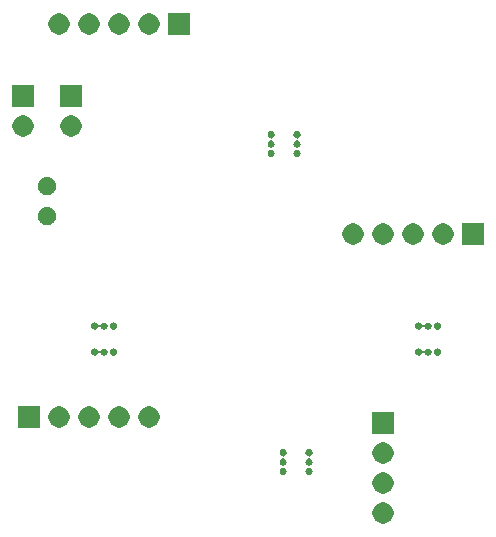
<source format=gbr>
G04 #@! TF.GenerationSoftware,KiCad,Pcbnew,(5.1.5)-3*
G04 #@! TF.CreationDate,2021-02-20T21:47:20+01:00*
G04 #@! TF.ProjectId,brievenbusmelder,62726965-7665-46e6-9275-736d656c6465,rev?*
G04 #@! TF.SameCoordinates,Original*
G04 #@! TF.FileFunction,Soldermask,Bot*
G04 #@! TF.FilePolarity,Negative*
%FSLAX46Y46*%
G04 Gerber Fmt 4.6, Leading zero omitted, Abs format (unit mm)*
G04 Created by KiCad (PCBNEW (5.1.5)-3) date 2021-02-20 21:47:20*
%MOMM*%
%LPD*%
G04 APERTURE LIST*
%ADD10C,0.100000*%
G04 APERTURE END LIST*
D10*
G36*
X58025512Y-81145927D02*
G01*
X58174812Y-81175624D01*
X58338784Y-81243544D01*
X58486354Y-81342147D01*
X58611853Y-81467646D01*
X58710456Y-81615216D01*
X58778376Y-81779188D01*
X58813000Y-81953259D01*
X58813000Y-82130741D01*
X58778376Y-82304812D01*
X58710456Y-82468784D01*
X58611853Y-82616354D01*
X58486354Y-82741853D01*
X58338784Y-82840456D01*
X58174812Y-82908376D01*
X58025512Y-82938073D01*
X58000742Y-82943000D01*
X57823258Y-82943000D01*
X57798488Y-82938073D01*
X57649188Y-82908376D01*
X57485216Y-82840456D01*
X57337646Y-82741853D01*
X57212147Y-82616354D01*
X57113544Y-82468784D01*
X57045624Y-82304812D01*
X57011000Y-82130741D01*
X57011000Y-81953259D01*
X57045624Y-81779188D01*
X57113544Y-81615216D01*
X57212147Y-81467646D01*
X57337646Y-81342147D01*
X57485216Y-81243544D01*
X57649188Y-81175624D01*
X57798488Y-81145927D01*
X57823258Y-81141000D01*
X58000742Y-81141000D01*
X58025512Y-81145927D01*
G37*
G36*
X58025512Y-78605927D02*
G01*
X58174812Y-78635624D01*
X58338784Y-78703544D01*
X58486354Y-78802147D01*
X58611853Y-78927646D01*
X58710456Y-79075216D01*
X58778376Y-79239188D01*
X58813000Y-79413259D01*
X58813000Y-79590741D01*
X58778376Y-79764812D01*
X58710456Y-79928784D01*
X58611853Y-80076354D01*
X58486354Y-80201853D01*
X58338784Y-80300456D01*
X58174812Y-80368376D01*
X58025512Y-80398073D01*
X58000742Y-80403000D01*
X57823258Y-80403000D01*
X57798488Y-80398073D01*
X57649188Y-80368376D01*
X57485216Y-80300456D01*
X57337646Y-80201853D01*
X57212147Y-80076354D01*
X57113544Y-79928784D01*
X57045624Y-79764812D01*
X57011000Y-79590741D01*
X57011000Y-79413259D01*
X57045624Y-79239188D01*
X57113544Y-79075216D01*
X57212147Y-78927646D01*
X57337646Y-78802147D01*
X57485216Y-78703544D01*
X57649188Y-78635624D01*
X57798488Y-78605927D01*
X57823258Y-78601000D01*
X58000742Y-78601000D01*
X58025512Y-78605927D01*
G37*
G36*
X51733797Y-76634567D02*
G01*
X51788575Y-76657257D01*
X51788577Y-76657258D01*
X51837876Y-76690198D01*
X51879802Y-76732124D01*
X51912742Y-76781423D01*
X51912743Y-76781425D01*
X51935433Y-76836203D01*
X51947000Y-76894353D01*
X51947000Y-76953647D01*
X51935433Y-77011797D01*
X51919301Y-77050742D01*
X51912742Y-77066577D01*
X51879802Y-77115876D01*
X51837876Y-77157802D01*
X51788577Y-77190742D01*
X51788576Y-77190743D01*
X51788575Y-77190743D01*
X51745668Y-77208516D01*
X51724057Y-77220067D01*
X51705115Y-77235613D01*
X51689570Y-77254555D01*
X51678019Y-77276165D01*
X51670906Y-77299614D01*
X51668504Y-77324000D01*
X51670906Y-77348387D01*
X51678019Y-77371835D01*
X51689570Y-77393446D01*
X51705116Y-77412388D01*
X51724058Y-77427933D01*
X51745668Y-77439484D01*
X51788575Y-77457257D01*
X51788577Y-77457258D01*
X51837876Y-77490198D01*
X51879802Y-77532124D01*
X51882628Y-77536354D01*
X51912743Y-77581425D01*
X51935433Y-77636203D01*
X51947000Y-77694353D01*
X51947000Y-77753647D01*
X51935433Y-77811797D01*
X51914224Y-77863000D01*
X51912742Y-77866577D01*
X51879802Y-77915876D01*
X51837876Y-77957802D01*
X51788577Y-77990742D01*
X51788576Y-77990743D01*
X51788575Y-77990743D01*
X51745668Y-78008516D01*
X51724057Y-78020067D01*
X51705115Y-78035613D01*
X51689570Y-78054555D01*
X51678019Y-78076165D01*
X51670906Y-78099614D01*
X51668504Y-78124000D01*
X51670906Y-78148387D01*
X51678019Y-78171835D01*
X51689570Y-78193446D01*
X51705116Y-78212388D01*
X51724058Y-78227933D01*
X51745668Y-78239484D01*
X51788575Y-78257257D01*
X51788577Y-78257258D01*
X51837876Y-78290198D01*
X51879802Y-78332124D01*
X51912742Y-78381423D01*
X51912743Y-78381425D01*
X51935433Y-78436203D01*
X51947000Y-78494353D01*
X51947000Y-78553647D01*
X51935433Y-78611797D01*
X51925563Y-78635624D01*
X51912742Y-78666577D01*
X51879802Y-78715876D01*
X51837876Y-78757802D01*
X51788577Y-78790742D01*
X51788576Y-78790743D01*
X51788575Y-78790743D01*
X51733797Y-78813433D01*
X51675647Y-78825000D01*
X51616353Y-78825000D01*
X51558203Y-78813433D01*
X51503425Y-78790743D01*
X51503424Y-78790743D01*
X51503423Y-78790742D01*
X51454124Y-78757802D01*
X51412198Y-78715876D01*
X51379258Y-78666577D01*
X51366437Y-78635624D01*
X51356567Y-78611797D01*
X51345000Y-78553647D01*
X51345000Y-78494353D01*
X51356567Y-78436203D01*
X51379257Y-78381425D01*
X51379258Y-78381423D01*
X51412198Y-78332124D01*
X51454124Y-78290198D01*
X51503423Y-78257258D01*
X51503425Y-78257257D01*
X51546332Y-78239484D01*
X51567943Y-78227933D01*
X51586885Y-78212387D01*
X51602430Y-78193445D01*
X51613981Y-78171835D01*
X51621094Y-78148386D01*
X51623496Y-78124000D01*
X51621094Y-78099613D01*
X51613981Y-78076165D01*
X51602430Y-78054554D01*
X51586884Y-78035612D01*
X51567942Y-78020067D01*
X51546332Y-78008516D01*
X51503425Y-77990743D01*
X51503424Y-77990743D01*
X51503423Y-77990742D01*
X51454124Y-77957802D01*
X51412198Y-77915876D01*
X51379258Y-77866577D01*
X51377776Y-77863000D01*
X51356567Y-77811797D01*
X51345000Y-77753647D01*
X51345000Y-77694353D01*
X51356567Y-77636203D01*
X51379257Y-77581425D01*
X51409372Y-77536354D01*
X51412198Y-77532124D01*
X51454124Y-77490198D01*
X51503423Y-77457258D01*
X51503425Y-77457257D01*
X51546332Y-77439484D01*
X51567943Y-77427933D01*
X51586885Y-77412387D01*
X51602430Y-77393445D01*
X51613981Y-77371835D01*
X51621094Y-77348386D01*
X51623496Y-77324000D01*
X51621094Y-77299613D01*
X51613981Y-77276165D01*
X51602430Y-77254554D01*
X51586884Y-77235612D01*
X51567942Y-77220067D01*
X51546332Y-77208516D01*
X51503425Y-77190743D01*
X51503424Y-77190743D01*
X51503423Y-77190742D01*
X51454124Y-77157802D01*
X51412198Y-77115876D01*
X51379258Y-77066577D01*
X51372699Y-77050742D01*
X51356567Y-77011797D01*
X51345000Y-76953647D01*
X51345000Y-76894353D01*
X51356567Y-76836203D01*
X51379257Y-76781425D01*
X51379258Y-76781423D01*
X51412198Y-76732124D01*
X51454124Y-76690198D01*
X51503423Y-76657258D01*
X51503425Y-76657257D01*
X51558203Y-76634567D01*
X51616353Y-76623000D01*
X51675647Y-76623000D01*
X51733797Y-76634567D01*
G37*
G36*
X49533797Y-76634567D02*
G01*
X49588575Y-76657257D01*
X49588577Y-76657258D01*
X49637876Y-76690198D01*
X49679802Y-76732124D01*
X49712742Y-76781423D01*
X49712743Y-76781425D01*
X49735433Y-76836203D01*
X49747000Y-76894353D01*
X49747000Y-76953647D01*
X49735433Y-77011797D01*
X49719301Y-77050742D01*
X49712742Y-77066577D01*
X49679802Y-77115876D01*
X49637876Y-77157802D01*
X49588577Y-77190742D01*
X49588576Y-77190743D01*
X49588575Y-77190743D01*
X49545668Y-77208516D01*
X49524057Y-77220067D01*
X49505115Y-77235613D01*
X49489570Y-77254555D01*
X49478019Y-77276165D01*
X49470906Y-77299614D01*
X49468504Y-77324000D01*
X49470906Y-77348387D01*
X49478019Y-77371835D01*
X49489570Y-77393446D01*
X49505116Y-77412388D01*
X49524058Y-77427933D01*
X49545668Y-77439484D01*
X49588575Y-77457257D01*
X49588577Y-77457258D01*
X49637876Y-77490198D01*
X49679802Y-77532124D01*
X49682628Y-77536354D01*
X49712743Y-77581425D01*
X49735433Y-77636203D01*
X49747000Y-77694353D01*
X49747000Y-77753647D01*
X49735433Y-77811797D01*
X49714224Y-77863000D01*
X49712742Y-77866577D01*
X49679802Y-77915876D01*
X49637876Y-77957802D01*
X49588577Y-77990742D01*
X49588576Y-77990743D01*
X49588575Y-77990743D01*
X49545668Y-78008516D01*
X49524057Y-78020067D01*
X49505115Y-78035613D01*
X49489570Y-78054555D01*
X49478019Y-78076165D01*
X49470906Y-78099614D01*
X49468504Y-78124000D01*
X49470906Y-78148387D01*
X49478019Y-78171835D01*
X49489570Y-78193446D01*
X49505116Y-78212388D01*
X49524058Y-78227933D01*
X49545668Y-78239484D01*
X49588575Y-78257257D01*
X49588577Y-78257258D01*
X49637876Y-78290198D01*
X49679802Y-78332124D01*
X49712742Y-78381423D01*
X49712743Y-78381425D01*
X49735433Y-78436203D01*
X49747000Y-78494353D01*
X49747000Y-78553647D01*
X49735433Y-78611797D01*
X49725563Y-78635624D01*
X49712742Y-78666577D01*
X49679802Y-78715876D01*
X49637876Y-78757802D01*
X49588577Y-78790742D01*
X49588576Y-78790743D01*
X49588575Y-78790743D01*
X49533797Y-78813433D01*
X49475647Y-78825000D01*
X49416353Y-78825000D01*
X49358203Y-78813433D01*
X49303425Y-78790743D01*
X49303424Y-78790743D01*
X49303423Y-78790742D01*
X49254124Y-78757802D01*
X49212198Y-78715876D01*
X49179258Y-78666577D01*
X49166437Y-78635624D01*
X49156567Y-78611797D01*
X49145000Y-78553647D01*
X49145000Y-78494353D01*
X49156567Y-78436203D01*
X49179257Y-78381425D01*
X49179258Y-78381423D01*
X49212198Y-78332124D01*
X49254124Y-78290198D01*
X49303423Y-78257258D01*
X49303425Y-78257257D01*
X49346332Y-78239484D01*
X49367943Y-78227933D01*
X49386885Y-78212387D01*
X49402430Y-78193445D01*
X49413981Y-78171835D01*
X49421094Y-78148386D01*
X49423496Y-78124000D01*
X49421094Y-78099613D01*
X49413981Y-78076165D01*
X49402430Y-78054554D01*
X49386884Y-78035612D01*
X49367942Y-78020067D01*
X49346332Y-78008516D01*
X49303425Y-77990743D01*
X49303424Y-77990743D01*
X49303423Y-77990742D01*
X49254124Y-77957802D01*
X49212198Y-77915876D01*
X49179258Y-77866577D01*
X49177776Y-77863000D01*
X49156567Y-77811797D01*
X49145000Y-77753647D01*
X49145000Y-77694353D01*
X49156567Y-77636203D01*
X49179257Y-77581425D01*
X49209372Y-77536354D01*
X49212198Y-77532124D01*
X49254124Y-77490198D01*
X49303423Y-77457258D01*
X49303425Y-77457257D01*
X49346332Y-77439484D01*
X49367943Y-77427933D01*
X49386885Y-77412387D01*
X49402430Y-77393445D01*
X49413981Y-77371835D01*
X49421094Y-77348386D01*
X49423496Y-77324000D01*
X49421094Y-77299613D01*
X49413981Y-77276165D01*
X49402430Y-77254554D01*
X49386884Y-77235612D01*
X49367942Y-77220067D01*
X49346332Y-77208516D01*
X49303425Y-77190743D01*
X49303424Y-77190743D01*
X49303423Y-77190742D01*
X49254124Y-77157802D01*
X49212198Y-77115876D01*
X49179258Y-77066577D01*
X49172699Y-77050742D01*
X49156567Y-77011797D01*
X49145000Y-76953647D01*
X49145000Y-76894353D01*
X49156567Y-76836203D01*
X49179257Y-76781425D01*
X49179258Y-76781423D01*
X49212198Y-76732124D01*
X49254124Y-76690198D01*
X49303423Y-76657258D01*
X49303425Y-76657257D01*
X49358203Y-76634567D01*
X49416353Y-76623000D01*
X49475647Y-76623000D01*
X49533797Y-76634567D01*
G37*
G36*
X58025512Y-76065927D02*
G01*
X58174812Y-76095624D01*
X58338784Y-76163544D01*
X58486354Y-76262147D01*
X58611853Y-76387646D01*
X58710456Y-76535216D01*
X58778376Y-76699188D01*
X58813000Y-76873259D01*
X58813000Y-77050741D01*
X58778376Y-77224812D01*
X58710456Y-77388784D01*
X58611853Y-77536354D01*
X58486354Y-77661853D01*
X58338784Y-77760456D01*
X58174812Y-77828376D01*
X58025512Y-77858073D01*
X58000742Y-77863000D01*
X57823258Y-77863000D01*
X57798488Y-77858073D01*
X57649188Y-77828376D01*
X57485216Y-77760456D01*
X57337646Y-77661853D01*
X57212147Y-77536354D01*
X57113544Y-77388784D01*
X57045624Y-77224812D01*
X57011000Y-77050741D01*
X57011000Y-76873259D01*
X57045624Y-76699188D01*
X57113544Y-76535216D01*
X57212147Y-76387646D01*
X57337646Y-76262147D01*
X57485216Y-76163544D01*
X57649188Y-76095624D01*
X57798488Y-76065927D01*
X57823258Y-76061000D01*
X58000742Y-76061000D01*
X58025512Y-76065927D01*
G37*
G36*
X58813000Y-75323000D02*
G01*
X57011000Y-75323000D01*
X57011000Y-73521000D01*
X58813000Y-73521000D01*
X58813000Y-75323000D01*
G37*
G36*
X30593512Y-73017927D02*
G01*
X30742812Y-73047624D01*
X30906784Y-73115544D01*
X31054354Y-73214147D01*
X31179853Y-73339646D01*
X31278456Y-73487216D01*
X31346376Y-73651188D01*
X31381000Y-73825259D01*
X31381000Y-74002741D01*
X31346376Y-74176812D01*
X31278456Y-74340784D01*
X31179853Y-74488354D01*
X31054354Y-74613853D01*
X30906784Y-74712456D01*
X30742812Y-74780376D01*
X30593512Y-74810073D01*
X30568742Y-74815000D01*
X30391258Y-74815000D01*
X30366488Y-74810073D01*
X30217188Y-74780376D01*
X30053216Y-74712456D01*
X29905646Y-74613853D01*
X29780147Y-74488354D01*
X29681544Y-74340784D01*
X29613624Y-74176812D01*
X29579000Y-74002741D01*
X29579000Y-73825259D01*
X29613624Y-73651188D01*
X29681544Y-73487216D01*
X29780147Y-73339646D01*
X29905646Y-73214147D01*
X30053216Y-73115544D01*
X30217188Y-73047624D01*
X30366488Y-73017927D01*
X30391258Y-73013000D01*
X30568742Y-73013000D01*
X30593512Y-73017927D01*
G37*
G36*
X28841000Y-74815000D02*
G01*
X27039000Y-74815000D01*
X27039000Y-73013000D01*
X28841000Y-73013000D01*
X28841000Y-74815000D01*
G37*
G36*
X33133512Y-73017927D02*
G01*
X33282812Y-73047624D01*
X33446784Y-73115544D01*
X33594354Y-73214147D01*
X33719853Y-73339646D01*
X33818456Y-73487216D01*
X33886376Y-73651188D01*
X33921000Y-73825259D01*
X33921000Y-74002741D01*
X33886376Y-74176812D01*
X33818456Y-74340784D01*
X33719853Y-74488354D01*
X33594354Y-74613853D01*
X33446784Y-74712456D01*
X33282812Y-74780376D01*
X33133512Y-74810073D01*
X33108742Y-74815000D01*
X32931258Y-74815000D01*
X32906488Y-74810073D01*
X32757188Y-74780376D01*
X32593216Y-74712456D01*
X32445646Y-74613853D01*
X32320147Y-74488354D01*
X32221544Y-74340784D01*
X32153624Y-74176812D01*
X32119000Y-74002741D01*
X32119000Y-73825259D01*
X32153624Y-73651188D01*
X32221544Y-73487216D01*
X32320147Y-73339646D01*
X32445646Y-73214147D01*
X32593216Y-73115544D01*
X32757188Y-73047624D01*
X32906488Y-73017927D01*
X32931258Y-73013000D01*
X33108742Y-73013000D01*
X33133512Y-73017927D01*
G37*
G36*
X38213512Y-73017927D02*
G01*
X38362812Y-73047624D01*
X38526784Y-73115544D01*
X38674354Y-73214147D01*
X38799853Y-73339646D01*
X38898456Y-73487216D01*
X38966376Y-73651188D01*
X39001000Y-73825259D01*
X39001000Y-74002741D01*
X38966376Y-74176812D01*
X38898456Y-74340784D01*
X38799853Y-74488354D01*
X38674354Y-74613853D01*
X38526784Y-74712456D01*
X38362812Y-74780376D01*
X38213512Y-74810073D01*
X38188742Y-74815000D01*
X38011258Y-74815000D01*
X37986488Y-74810073D01*
X37837188Y-74780376D01*
X37673216Y-74712456D01*
X37525646Y-74613853D01*
X37400147Y-74488354D01*
X37301544Y-74340784D01*
X37233624Y-74176812D01*
X37199000Y-74002741D01*
X37199000Y-73825259D01*
X37233624Y-73651188D01*
X37301544Y-73487216D01*
X37400147Y-73339646D01*
X37525646Y-73214147D01*
X37673216Y-73115544D01*
X37837188Y-73047624D01*
X37986488Y-73017927D01*
X38011258Y-73013000D01*
X38188742Y-73013000D01*
X38213512Y-73017927D01*
G37*
G36*
X35673512Y-73017927D02*
G01*
X35822812Y-73047624D01*
X35986784Y-73115544D01*
X36134354Y-73214147D01*
X36259853Y-73339646D01*
X36358456Y-73487216D01*
X36426376Y-73651188D01*
X36461000Y-73825259D01*
X36461000Y-74002741D01*
X36426376Y-74176812D01*
X36358456Y-74340784D01*
X36259853Y-74488354D01*
X36134354Y-74613853D01*
X35986784Y-74712456D01*
X35822812Y-74780376D01*
X35673512Y-74810073D01*
X35648742Y-74815000D01*
X35471258Y-74815000D01*
X35446488Y-74810073D01*
X35297188Y-74780376D01*
X35133216Y-74712456D01*
X34985646Y-74613853D01*
X34860147Y-74488354D01*
X34761544Y-74340784D01*
X34693624Y-74176812D01*
X34659000Y-74002741D01*
X34659000Y-73825259D01*
X34693624Y-73651188D01*
X34761544Y-73487216D01*
X34860147Y-73339646D01*
X34985646Y-73214147D01*
X35133216Y-73115544D01*
X35297188Y-73047624D01*
X35446488Y-73017927D01*
X35471258Y-73013000D01*
X35648742Y-73013000D01*
X35673512Y-73017927D01*
G37*
G36*
X33577797Y-68120567D02*
G01*
X33632575Y-68143257D01*
X33632577Y-68143258D01*
X33681876Y-68176198D01*
X33723802Y-68218124D01*
X33756742Y-68267423D01*
X33756743Y-68267425D01*
X33774516Y-68310332D01*
X33786067Y-68331943D01*
X33801613Y-68350885D01*
X33820555Y-68366430D01*
X33842165Y-68377981D01*
X33865614Y-68385094D01*
X33890000Y-68387496D01*
X33914387Y-68385094D01*
X33937835Y-68377981D01*
X33959446Y-68366430D01*
X33978388Y-68350884D01*
X33993933Y-68331942D01*
X34005484Y-68310332D01*
X34023257Y-68267425D01*
X34023258Y-68267423D01*
X34056198Y-68218124D01*
X34098124Y-68176198D01*
X34147423Y-68143258D01*
X34147425Y-68143257D01*
X34202203Y-68120567D01*
X34260353Y-68109000D01*
X34319647Y-68109000D01*
X34377797Y-68120567D01*
X34432575Y-68143257D01*
X34432577Y-68143258D01*
X34481876Y-68176198D01*
X34523802Y-68218124D01*
X34556742Y-68267423D01*
X34556743Y-68267425D01*
X34574516Y-68310332D01*
X34586067Y-68331943D01*
X34601613Y-68350885D01*
X34620555Y-68366430D01*
X34642165Y-68377981D01*
X34665614Y-68385094D01*
X34690000Y-68387496D01*
X34714387Y-68385094D01*
X34737835Y-68377981D01*
X34759446Y-68366430D01*
X34778388Y-68350884D01*
X34793933Y-68331942D01*
X34805484Y-68310332D01*
X34823257Y-68267425D01*
X34823258Y-68267423D01*
X34856198Y-68218124D01*
X34898124Y-68176198D01*
X34947423Y-68143258D01*
X34947425Y-68143257D01*
X35002203Y-68120567D01*
X35060353Y-68109000D01*
X35119647Y-68109000D01*
X35177797Y-68120567D01*
X35232575Y-68143257D01*
X35232577Y-68143258D01*
X35281876Y-68176198D01*
X35323802Y-68218124D01*
X35356742Y-68267423D01*
X35356743Y-68267425D01*
X35379433Y-68322203D01*
X35391000Y-68380353D01*
X35391000Y-68439647D01*
X35379433Y-68497797D01*
X35356743Y-68552575D01*
X35356742Y-68552577D01*
X35323802Y-68601876D01*
X35281876Y-68643802D01*
X35232577Y-68676742D01*
X35232576Y-68676743D01*
X35232575Y-68676743D01*
X35177797Y-68699433D01*
X35119647Y-68711000D01*
X35060353Y-68711000D01*
X35002203Y-68699433D01*
X34947425Y-68676743D01*
X34947424Y-68676743D01*
X34947423Y-68676742D01*
X34898124Y-68643802D01*
X34856198Y-68601876D01*
X34823258Y-68552577D01*
X34823257Y-68552575D01*
X34805484Y-68509668D01*
X34793933Y-68488057D01*
X34778387Y-68469115D01*
X34759445Y-68453570D01*
X34737835Y-68442019D01*
X34714386Y-68434906D01*
X34690000Y-68432504D01*
X34665613Y-68434906D01*
X34642165Y-68442019D01*
X34620554Y-68453570D01*
X34601612Y-68469116D01*
X34586067Y-68488058D01*
X34574516Y-68509668D01*
X34556743Y-68552575D01*
X34556742Y-68552577D01*
X34523802Y-68601876D01*
X34481876Y-68643802D01*
X34432577Y-68676742D01*
X34432576Y-68676743D01*
X34432575Y-68676743D01*
X34377797Y-68699433D01*
X34319647Y-68711000D01*
X34260353Y-68711000D01*
X34202203Y-68699433D01*
X34147425Y-68676743D01*
X34147424Y-68676743D01*
X34147423Y-68676742D01*
X34098124Y-68643802D01*
X34056198Y-68601876D01*
X34023258Y-68552577D01*
X34023257Y-68552575D01*
X34005484Y-68509668D01*
X33993933Y-68488057D01*
X33978387Y-68469115D01*
X33959445Y-68453570D01*
X33937835Y-68442019D01*
X33914386Y-68434906D01*
X33890000Y-68432504D01*
X33865613Y-68434906D01*
X33842165Y-68442019D01*
X33820554Y-68453570D01*
X33801612Y-68469116D01*
X33786067Y-68488058D01*
X33774516Y-68509668D01*
X33756743Y-68552575D01*
X33756742Y-68552577D01*
X33723802Y-68601876D01*
X33681876Y-68643802D01*
X33632577Y-68676742D01*
X33632576Y-68676743D01*
X33632575Y-68676743D01*
X33577797Y-68699433D01*
X33519647Y-68711000D01*
X33460353Y-68711000D01*
X33402203Y-68699433D01*
X33347425Y-68676743D01*
X33347424Y-68676743D01*
X33347423Y-68676742D01*
X33298124Y-68643802D01*
X33256198Y-68601876D01*
X33223258Y-68552577D01*
X33223257Y-68552575D01*
X33200567Y-68497797D01*
X33189000Y-68439647D01*
X33189000Y-68380353D01*
X33200567Y-68322203D01*
X33223257Y-68267425D01*
X33223258Y-68267423D01*
X33256198Y-68218124D01*
X33298124Y-68176198D01*
X33347423Y-68143258D01*
X33347425Y-68143257D01*
X33402203Y-68120567D01*
X33460353Y-68109000D01*
X33519647Y-68109000D01*
X33577797Y-68120567D01*
G37*
G36*
X61009797Y-68120567D02*
G01*
X61064575Y-68143257D01*
X61064577Y-68143258D01*
X61113876Y-68176198D01*
X61155802Y-68218124D01*
X61188742Y-68267423D01*
X61188743Y-68267425D01*
X61206516Y-68310332D01*
X61218067Y-68331943D01*
X61233613Y-68350885D01*
X61252555Y-68366430D01*
X61274165Y-68377981D01*
X61297614Y-68385094D01*
X61322000Y-68387496D01*
X61346387Y-68385094D01*
X61369835Y-68377981D01*
X61391446Y-68366430D01*
X61410388Y-68350884D01*
X61425933Y-68331942D01*
X61437484Y-68310332D01*
X61455257Y-68267425D01*
X61455258Y-68267423D01*
X61488198Y-68218124D01*
X61530124Y-68176198D01*
X61579423Y-68143258D01*
X61579425Y-68143257D01*
X61634203Y-68120567D01*
X61692353Y-68109000D01*
X61751647Y-68109000D01*
X61809797Y-68120567D01*
X61864575Y-68143257D01*
X61864577Y-68143258D01*
X61913876Y-68176198D01*
X61955802Y-68218124D01*
X61988742Y-68267423D01*
X61988743Y-68267425D01*
X62006516Y-68310332D01*
X62018067Y-68331943D01*
X62033613Y-68350885D01*
X62052555Y-68366430D01*
X62074165Y-68377981D01*
X62097614Y-68385094D01*
X62122000Y-68387496D01*
X62146387Y-68385094D01*
X62169835Y-68377981D01*
X62191446Y-68366430D01*
X62210388Y-68350884D01*
X62225933Y-68331942D01*
X62237484Y-68310332D01*
X62255257Y-68267425D01*
X62255258Y-68267423D01*
X62288198Y-68218124D01*
X62330124Y-68176198D01*
X62379423Y-68143258D01*
X62379425Y-68143257D01*
X62434203Y-68120567D01*
X62492353Y-68109000D01*
X62551647Y-68109000D01*
X62609797Y-68120567D01*
X62664575Y-68143257D01*
X62664577Y-68143258D01*
X62713876Y-68176198D01*
X62755802Y-68218124D01*
X62788742Y-68267423D01*
X62788743Y-68267425D01*
X62811433Y-68322203D01*
X62823000Y-68380353D01*
X62823000Y-68439647D01*
X62811433Y-68497797D01*
X62788743Y-68552575D01*
X62788742Y-68552577D01*
X62755802Y-68601876D01*
X62713876Y-68643802D01*
X62664577Y-68676742D01*
X62664576Y-68676743D01*
X62664575Y-68676743D01*
X62609797Y-68699433D01*
X62551647Y-68711000D01*
X62492353Y-68711000D01*
X62434203Y-68699433D01*
X62379425Y-68676743D01*
X62379424Y-68676743D01*
X62379423Y-68676742D01*
X62330124Y-68643802D01*
X62288198Y-68601876D01*
X62255258Y-68552577D01*
X62255257Y-68552575D01*
X62237484Y-68509668D01*
X62225933Y-68488057D01*
X62210387Y-68469115D01*
X62191445Y-68453570D01*
X62169835Y-68442019D01*
X62146386Y-68434906D01*
X62122000Y-68432504D01*
X62097613Y-68434906D01*
X62074165Y-68442019D01*
X62052554Y-68453570D01*
X62033612Y-68469116D01*
X62018067Y-68488058D01*
X62006516Y-68509668D01*
X61988743Y-68552575D01*
X61988742Y-68552577D01*
X61955802Y-68601876D01*
X61913876Y-68643802D01*
X61864577Y-68676742D01*
X61864576Y-68676743D01*
X61864575Y-68676743D01*
X61809797Y-68699433D01*
X61751647Y-68711000D01*
X61692353Y-68711000D01*
X61634203Y-68699433D01*
X61579425Y-68676743D01*
X61579424Y-68676743D01*
X61579423Y-68676742D01*
X61530124Y-68643802D01*
X61488198Y-68601876D01*
X61455258Y-68552577D01*
X61455257Y-68552575D01*
X61437484Y-68509668D01*
X61425933Y-68488057D01*
X61410387Y-68469115D01*
X61391445Y-68453570D01*
X61369835Y-68442019D01*
X61346386Y-68434906D01*
X61322000Y-68432504D01*
X61297613Y-68434906D01*
X61274165Y-68442019D01*
X61252554Y-68453570D01*
X61233612Y-68469116D01*
X61218067Y-68488058D01*
X61206516Y-68509668D01*
X61188743Y-68552575D01*
X61188742Y-68552577D01*
X61155802Y-68601876D01*
X61113876Y-68643802D01*
X61064577Y-68676742D01*
X61064576Y-68676743D01*
X61064575Y-68676743D01*
X61009797Y-68699433D01*
X60951647Y-68711000D01*
X60892353Y-68711000D01*
X60834203Y-68699433D01*
X60779425Y-68676743D01*
X60779424Y-68676743D01*
X60779423Y-68676742D01*
X60730124Y-68643802D01*
X60688198Y-68601876D01*
X60655258Y-68552577D01*
X60655257Y-68552575D01*
X60632567Y-68497797D01*
X60621000Y-68439647D01*
X60621000Y-68380353D01*
X60632567Y-68322203D01*
X60655257Y-68267425D01*
X60655258Y-68267423D01*
X60688198Y-68218124D01*
X60730124Y-68176198D01*
X60779423Y-68143258D01*
X60779425Y-68143257D01*
X60834203Y-68120567D01*
X60892353Y-68109000D01*
X60951647Y-68109000D01*
X61009797Y-68120567D01*
G37*
G36*
X33577797Y-65920567D02*
G01*
X33632575Y-65943257D01*
X33632577Y-65943258D01*
X33681876Y-65976198D01*
X33723802Y-66018124D01*
X33756742Y-66067423D01*
X33756743Y-66067425D01*
X33774516Y-66110332D01*
X33786067Y-66131943D01*
X33801613Y-66150885D01*
X33820555Y-66166430D01*
X33842165Y-66177981D01*
X33865614Y-66185094D01*
X33890000Y-66187496D01*
X33914387Y-66185094D01*
X33937835Y-66177981D01*
X33959446Y-66166430D01*
X33978388Y-66150884D01*
X33993933Y-66131942D01*
X34005484Y-66110332D01*
X34023257Y-66067425D01*
X34023258Y-66067423D01*
X34056198Y-66018124D01*
X34098124Y-65976198D01*
X34147423Y-65943258D01*
X34147425Y-65943257D01*
X34202203Y-65920567D01*
X34260353Y-65909000D01*
X34319647Y-65909000D01*
X34377797Y-65920567D01*
X34432575Y-65943257D01*
X34432577Y-65943258D01*
X34481876Y-65976198D01*
X34523802Y-66018124D01*
X34556742Y-66067423D01*
X34556743Y-66067425D01*
X34574516Y-66110332D01*
X34586067Y-66131943D01*
X34601613Y-66150885D01*
X34620555Y-66166430D01*
X34642165Y-66177981D01*
X34665614Y-66185094D01*
X34690000Y-66187496D01*
X34714387Y-66185094D01*
X34737835Y-66177981D01*
X34759446Y-66166430D01*
X34778388Y-66150884D01*
X34793933Y-66131942D01*
X34805484Y-66110332D01*
X34823257Y-66067425D01*
X34823258Y-66067423D01*
X34856198Y-66018124D01*
X34898124Y-65976198D01*
X34947423Y-65943258D01*
X34947425Y-65943257D01*
X35002203Y-65920567D01*
X35060353Y-65909000D01*
X35119647Y-65909000D01*
X35177797Y-65920567D01*
X35232575Y-65943257D01*
X35232577Y-65943258D01*
X35281876Y-65976198D01*
X35323802Y-66018124D01*
X35356742Y-66067423D01*
X35356743Y-66067425D01*
X35379433Y-66122203D01*
X35391000Y-66180353D01*
X35391000Y-66239647D01*
X35379433Y-66297797D01*
X35356743Y-66352575D01*
X35356742Y-66352577D01*
X35323802Y-66401876D01*
X35281876Y-66443802D01*
X35232577Y-66476742D01*
X35232576Y-66476743D01*
X35232575Y-66476743D01*
X35177797Y-66499433D01*
X35119647Y-66511000D01*
X35060353Y-66511000D01*
X35002203Y-66499433D01*
X34947425Y-66476743D01*
X34947424Y-66476743D01*
X34947423Y-66476742D01*
X34898124Y-66443802D01*
X34856198Y-66401876D01*
X34823258Y-66352577D01*
X34823257Y-66352575D01*
X34805484Y-66309668D01*
X34793933Y-66288057D01*
X34778387Y-66269115D01*
X34759445Y-66253570D01*
X34737835Y-66242019D01*
X34714386Y-66234906D01*
X34690000Y-66232504D01*
X34665613Y-66234906D01*
X34642165Y-66242019D01*
X34620554Y-66253570D01*
X34601612Y-66269116D01*
X34586067Y-66288058D01*
X34574516Y-66309668D01*
X34556743Y-66352575D01*
X34556742Y-66352577D01*
X34523802Y-66401876D01*
X34481876Y-66443802D01*
X34432577Y-66476742D01*
X34432576Y-66476743D01*
X34432575Y-66476743D01*
X34377797Y-66499433D01*
X34319647Y-66511000D01*
X34260353Y-66511000D01*
X34202203Y-66499433D01*
X34147425Y-66476743D01*
X34147424Y-66476743D01*
X34147423Y-66476742D01*
X34098124Y-66443802D01*
X34056198Y-66401876D01*
X34023258Y-66352577D01*
X34023257Y-66352575D01*
X34005484Y-66309668D01*
X33993933Y-66288057D01*
X33978387Y-66269115D01*
X33959445Y-66253570D01*
X33937835Y-66242019D01*
X33914386Y-66234906D01*
X33890000Y-66232504D01*
X33865613Y-66234906D01*
X33842165Y-66242019D01*
X33820554Y-66253570D01*
X33801612Y-66269116D01*
X33786067Y-66288058D01*
X33774516Y-66309668D01*
X33756743Y-66352575D01*
X33756742Y-66352577D01*
X33723802Y-66401876D01*
X33681876Y-66443802D01*
X33632577Y-66476742D01*
X33632576Y-66476743D01*
X33632575Y-66476743D01*
X33577797Y-66499433D01*
X33519647Y-66511000D01*
X33460353Y-66511000D01*
X33402203Y-66499433D01*
X33347425Y-66476743D01*
X33347424Y-66476743D01*
X33347423Y-66476742D01*
X33298124Y-66443802D01*
X33256198Y-66401876D01*
X33223258Y-66352577D01*
X33223257Y-66352575D01*
X33200567Y-66297797D01*
X33189000Y-66239647D01*
X33189000Y-66180353D01*
X33200567Y-66122203D01*
X33223257Y-66067425D01*
X33223258Y-66067423D01*
X33256198Y-66018124D01*
X33298124Y-65976198D01*
X33347423Y-65943258D01*
X33347425Y-65943257D01*
X33402203Y-65920567D01*
X33460353Y-65909000D01*
X33519647Y-65909000D01*
X33577797Y-65920567D01*
G37*
G36*
X61009797Y-65920567D02*
G01*
X61064575Y-65943257D01*
X61064577Y-65943258D01*
X61113876Y-65976198D01*
X61155802Y-66018124D01*
X61188742Y-66067423D01*
X61188743Y-66067425D01*
X61206516Y-66110332D01*
X61218067Y-66131943D01*
X61233613Y-66150885D01*
X61252555Y-66166430D01*
X61274165Y-66177981D01*
X61297614Y-66185094D01*
X61322000Y-66187496D01*
X61346387Y-66185094D01*
X61369835Y-66177981D01*
X61391446Y-66166430D01*
X61410388Y-66150884D01*
X61425933Y-66131942D01*
X61437484Y-66110332D01*
X61455257Y-66067425D01*
X61455258Y-66067423D01*
X61488198Y-66018124D01*
X61530124Y-65976198D01*
X61579423Y-65943258D01*
X61579425Y-65943257D01*
X61634203Y-65920567D01*
X61692353Y-65909000D01*
X61751647Y-65909000D01*
X61809797Y-65920567D01*
X61864575Y-65943257D01*
X61864577Y-65943258D01*
X61913876Y-65976198D01*
X61955802Y-66018124D01*
X61988742Y-66067423D01*
X61988743Y-66067425D01*
X62006516Y-66110332D01*
X62018067Y-66131943D01*
X62033613Y-66150885D01*
X62052555Y-66166430D01*
X62074165Y-66177981D01*
X62097614Y-66185094D01*
X62122000Y-66187496D01*
X62146387Y-66185094D01*
X62169835Y-66177981D01*
X62191446Y-66166430D01*
X62210388Y-66150884D01*
X62225933Y-66131942D01*
X62237484Y-66110332D01*
X62255257Y-66067425D01*
X62255258Y-66067423D01*
X62288198Y-66018124D01*
X62330124Y-65976198D01*
X62379423Y-65943258D01*
X62379425Y-65943257D01*
X62434203Y-65920567D01*
X62492353Y-65909000D01*
X62551647Y-65909000D01*
X62609797Y-65920567D01*
X62664575Y-65943257D01*
X62664577Y-65943258D01*
X62713876Y-65976198D01*
X62755802Y-66018124D01*
X62788742Y-66067423D01*
X62788743Y-66067425D01*
X62811433Y-66122203D01*
X62823000Y-66180353D01*
X62823000Y-66239647D01*
X62811433Y-66297797D01*
X62788743Y-66352575D01*
X62788742Y-66352577D01*
X62755802Y-66401876D01*
X62713876Y-66443802D01*
X62664577Y-66476742D01*
X62664576Y-66476743D01*
X62664575Y-66476743D01*
X62609797Y-66499433D01*
X62551647Y-66511000D01*
X62492353Y-66511000D01*
X62434203Y-66499433D01*
X62379425Y-66476743D01*
X62379424Y-66476743D01*
X62379423Y-66476742D01*
X62330124Y-66443802D01*
X62288198Y-66401876D01*
X62255258Y-66352577D01*
X62255257Y-66352575D01*
X62237484Y-66309668D01*
X62225933Y-66288057D01*
X62210387Y-66269115D01*
X62191445Y-66253570D01*
X62169835Y-66242019D01*
X62146386Y-66234906D01*
X62122000Y-66232504D01*
X62097613Y-66234906D01*
X62074165Y-66242019D01*
X62052554Y-66253570D01*
X62033612Y-66269116D01*
X62018067Y-66288058D01*
X62006516Y-66309668D01*
X61988743Y-66352575D01*
X61988742Y-66352577D01*
X61955802Y-66401876D01*
X61913876Y-66443802D01*
X61864577Y-66476742D01*
X61864576Y-66476743D01*
X61864575Y-66476743D01*
X61809797Y-66499433D01*
X61751647Y-66511000D01*
X61692353Y-66511000D01*
X61634203Y-66499433D01*
X61579425Y-66476743D01*
X61579424Y-66476743D01*
X61579423Y-66476742D01*
X61530124Y-66443802D01*
X61488198Y-66401876D01*
X61455258Y-66352577D01*
X61455257Y-66352575D01*
X61437484Y-66309668D01*
X61425933Y-66288057D01*
X61410387Y-66269115D01*
X61391445Y-66253570D01*
X61369835Y-66242019D01*
X61346386Y-66234906D01*
X61322000Y-66232504D01*
X61297613Y-66234906D01*
X61274165Y-66242019D01*
X61252554Y-66253570D01*
X61233612Y-66269116D01*
X61218067Y-66288058D01*
X61206516Y-66309668D01*
X61188743Y-66352575D01*
X61188742Y-66352577D01*
X61155802Y-66401876D01*
X61113876Y-66443802D01*
X61064577Y-66476742D01*
X61064576Y-66476743D01*
X61064575Y-66476743D01*
X61009797Y-66499433D01*
X60951647Y-66511000D01*
X60892353Y-66511000D01*
X60834203Y-66499433D01*
X60779425Y-66476743D01*
X60779424Y-66476743D01*
X60779423Y-66476742D01*
X60730124Y-66443802D01*
X60688198Y-66401876D01*
X60655258Y-66352577D01*
X60655257Y-66352575D01*
X60632567Y-66297797D01*
X60621000Y-66239647D01*
X60621000Y-66180353D01*
X60632567Y-66122203D01*
X60655257Y-66067425D01*
X60655258Y-66067423D01*
X60688198Y-66018124D01*
X60730124Y-65976198D01*
X60779423Y-65943258D01*
X60779425Y-65943257D01*
X60834203Y-65920567D01*
X60892353Y-65909000D01*
X60951647Y-65909000D01*
X61009797Y-65920567D01*
G37*
G36*
X60565512Y-57523927D02*
G01*
X60714812Y-57553624D01*
X60878784Y-57621544D01*
X61026354Y-57720147D01*
X61151853Y-57845646D01*
X61250456Y-57993216D01*
X61318376Y-58157188D01*
X61353000Y-58331259D01*
X61353000Y-58508741D01*
X61318376Y-58682812D01*
X61250456Y-58846784D01*
X61151853Y-58994354D01*
X61026354Y-59119853D01*
X60878784Y-59218456D01*
X60714812Y-59286376D01*
X60565512Y-59316073D01*
X60540742Y-59321000D01*
X60363258Y-59321000D01*
X60338488Y-59316073D01*
X60189188Y-59286376D01*
X60025216Y-59218456D01*
X59877646Y-59119853D01*
X59752147Y-58994354D01*
X59653544Y-58846784D01*
X59585624Y-58682812D01*
X59551000Y-58508741D01*
X59551000Y-58331259D01*
X59585624Y-58157188D01*
X59653544Y-57993216D01*
X59752147Y-57845646D01*
X59877646Y-57720147D01*
X60025216Y-57621544D01*
X60189188Y-57553624D01*
X60338488Y-57523927D01*
X60363258Y-57519000D01*
X60540742Y-57519000D01*
X60565512Y-57523927D01*
G37*
G36*
X58025512Y-57523927D02*
G01*
X58174812Y-57553624D01*
X58338784Y-57621544D01*
X58486354Y-57720147D01*
X58611853Y-57845646D01*
X58710456Y-57993216D01*
X58778376Y-58157188D01*
X58813000Y-58331259D01*
X58813000Y-58508741D01*
X58778376Y-58682812D01*
X58710456Y-58846784D01*
X58611853Y-58994354D01*
X58486354Y-59119853D01*
X58338784Y-59218456D01*
X58174812Y-59286376D01*
X58025512Y-59316073D01*
X58000742Y-59321000D01*
X57823258Y-59321000D01*
X57798488Y-59316073D01*
X57649188Y-59286376D01*
X57485216Y-59218456D01*
X57337646Y-59119853D01*
X57212147Y-58994354D01*
X57113544Y-58846784D01*
X57045624Y-58682812D01*
X57011000Y-58508741D01*
X57011000Y-58331259D01*
X57045624Y-58157188D01*
X57113544Y-57993216D01*
X57212147Y-57845646D01*
X57337646Y-57720147D01*
X57485216Y-57621544D01*
X57649188Y-57553624D01*
X57798488Y-57523927D01*
X57823258Y-57519000D01*
X58000742Y-57519000D01*
X58025512Y-57523927D01*
G37*
G36*
X55485512Y-57523927D02*
G01*
X55634812Y-57553624D01*
X55798784Y-57621544D01*
X55946354Y-57720147D01*
X56071853Y-57845646D01*
X56170456Y-57993216D01*
X56238376Y-58157188D01*
X56273000Y-58331259D01*
X56273000Y-58508741D01*
X56238376Y-58682812D01*
X56170456Y-58846784D01*
X56071853Y-58994354D01*
X55946354Y-59119853D01*
X55798784Y-59218456D01*
X55634812Y-59286376D01*
X55485512Y-59316073D01*
X55460742Y-59321000D01*
X55283258Y-59321000D01*
X55258488Y-59316073D01*
X55109188Y-59286376D01*
X54945216Y-59218456D01*
X54797646Y-59119853D01*
X54672147Y-58994354D01*
X54573544Y-58846784D01*
X54505624Y-58682812D01*
X54471000Y-58508741D01*
X54471000Y-58331259D01*
X54505624Y-58157188D01*
X54573544Y-57993216D01*
X54672147Y-57845646D01*
X54797646Y-57720147D01*
X54945216Y-57621544D01*
X55109188Y-57553624D01*
X55258488Y-57523927D01*
X55283258Y-57519000D01*
X55460742Y-57519000D01*
X55485512Y-57523927D01*
G37*
G36*
X66433000Y-59321000D02*
G01*
X64631000Y-59321000D01*
X64631000Y-57519000D01*
X66433000Y-57519000D01*
X66433000Y-59321000D01*
G37*
G36*
X63105512Y-57523927D02*
G01*
X63254812Y-57553624D01*
X63418784Y-57621544D01*
X63566354Y-57720147D01*
X63691853Y-57845646D01*
X63790456Y-57993216D01*
X63858376Y-58157188D01*
X63893000Y-58331259D01*
X63893000Y-58508741D01*
X63858376Y-58682812D01*
X63790456Y-58846784D01*
X63691853Y-58994354D01*
X63566354Y-59119853D01*
X63418784Y-59218456D01*
X63254812Y-59286376D01*
X63105512Y-59316073D01*
X63080742Y-59321000D01*
X62903258Y-59321000D01*
X62878488Y-59316073D01*
X62729188Y-59286376D01*
X62565216Y-59218456D01*
X62417646Y-59119853D01*
X62292147Y-58994354D01*
X62193544Y-58846784D01*
X62125624Y-58682812D01*
X62091000Y-58508741D01*
X62091000Y-58331259D01*
X62125624Y-58157188D01*
X62193544Y-57993216D01*
X62292147Y-57845646D01*
X62417646Y-57720147D01*
X62565216Y-57621544D01*
X62729188Y-57553624D01*
X62878488Y-57523927D01*
X62903258Y-57519000D01*
X63080742Y-57519000D01*
X63105512Y-57523927D01*
G37*
G36*
X29687579Y-56158955D02*
G01*
X29827072Y-56216735D01*
X29827074Y-56216736D01*
X29952615Y-56300620D01*
X30059380Y-56407385D01*
X30143265Y-56532928D01*
X30201045Y-56672421D01*
X30230500Y-56820504D01*
X30230500Y-56971496D01*
X30201045Y-57119579D01*
X30143265Y-57259072D01*
X30143264Y-57259074D01*
X30059380Y-57384615D01*
X29952615Y-57491380D01*
X29827074Y-57575264D01*
X29827073Y-57575265D01*
X29827072Y-57575265D01*
X29687579Y-57633045D01*
X29539496Y-57662500D01*
X29388504Y-57662500D01*
X29240421Y-57633045D01*
X29100928Y-57575265D01*
X29100927Y-57575265D01*
X29100926Y-57575264D01*
X28975385Y-57491380D01*
X28868620Y-57384615D01*
X28784736Y-57259074D01*
X28784735Y-57259072D01*
X28726955Y-57119579D01*
X28697500Y-56971496D01*
X28697500Y-56820504D01*
X28726955Y-56672421D01*
X28784735Y-56532928D01*
X28868620Y-56407385D01*
X28975385Y-56300620D01*
X29100926Y-56216736D01*
X29100928Y-56216735D01*
X29240421Y-56158955D01*
X29388504Y-56129500D01*
X29539496Y-56129500D01*
X29687579Y-56158955D01*
G37*
G36*
X29687579Y-53618955D02*
G01*
X29827072Y-53676735D01*
X29827074Y-53676736D01*
X29952615Y-53760620D01*
X30059380Y-53867385D01*
X30143265Y-53992928D01*
X30201045Y-54132421D01*
X30230500Y-54280504D01*
X30230500Y-54431496D01*
X30201045Y-54579579D01*
X30143265Y-54719072D01*
X30143264Y-54719074D01*
X30059380Y-54844615D01*
X29952615Y-54951380D01*
X29827074Y-55035264D01*
X29827073Y-55035265D01*
X29827072Y-55035265D01*
X29687579Y-55093045D01*
X29539496Y-55122500D01*
X29388504Y-55122500D01*
X29240421Y-55093045D01*
X29100928Y-55035265D01*
X29100927Y-55035265D01*
X29100926Y-55035264D01*
X28975385Y-54951380D01*
X28868620Y-54844615D01*
X28784736Y-54719074D01*
X28784735Y-54719072D01*
X28726955Y-54579579D01*
X28697500Y-54431496D01*
X28697500Y-54280504D01*
X28726955Y-54132421D01*
X28784735Y-53992928D01*
X28868620Y-53867385D01*
X28975385Y-53760620D01*
X29100926Y-53676736D01*
X29100928Y-53676735D01*
X29240421Y-53618955D01*
X29388504Y-53589500D01*
X29539496Y-53589500D01*
X29687579Y-53618955D01*
G37*
G36*
X50717797Y-49710567D02*
G01*
X50772575Y-49733257D01*
X50772577Y-49733258D01*
X50821876Y-49766198D01*
X50863802Y-49808124D01*
X50896742Y-49857423D01*
X50896743Y-49857425D01*
X50919433Y-49912203D01*
X50931000Y-49970353D01*
X50931000Y-50029647D01*
X50919433Y-50087797D01*
X50896826Y-50142375D01*
X50896742Y-50142577D01*
X50863802Y-50191876D01*
X50821876Y-50233802D01*
X50772577Y-50266742D01*
X50772576Y-50266743D01*
X50772575Y-50266743D01*
X50729668Y-50284516D01*
X50708057Y-50296067D01*
X50689115Y-50311613D01*
X50673570Y-50330555D01*
X50662019Y-50352165D01*
X50654906Y-50375614D01*
X50652504Y-50400000D01*
X50654906Y-50424387D01*
X50662019Y-50447835D01*
X50673570Y-50469446D01*
X50689116Y-50488388D01*
X50708058Y-50503933D01*
X50729668Y-50515484D01*
X50772575Y-50533257D01*
X50772577Y-50533258D01*
X50821876Y-50566198D01*
X50863802Y-50608124D01*
X50896742Y-50657423D01*
X50896743Y-50657425D01*
X50919433Y-50712203D01*
X50931000Y-50770353D01*
X50931000Y-50829647D01*
X50919433Y-50887797D01*
X50896743Y-50942575D01*
X50896742Y-50942577D01*
X50863802Y-50991876D01*
X50821876Y-51033802D01*
X50772577Y-51066742D01*
X50772576Y-51066743D01*
X50772575Y-51066743D01*
X50729668Y-51084516D01*
X50708057Y-51096067D01*
X50689115Y-51111613D01*
X50673570Y-51130555D01*
X50662019Y-51152165D01*
X50654906Y-51175614D01*
X50652504Y-51200000D01*
X50654906Y-51224387D01*
X50662019Y-51247835D01*
X50673570Y-51269446D01*
X50689116Y-51288388D01*
X50708058Y-51303933D01*
X50729668Y-51315484D01*
X50772575Y-51333257D01*
X50772577Y-51333258D01*
X50821876Y-51366198D01*
X50863802Y-51408124D01*
X50896742Y-51457423D01*
X50896743Y-51457425D01*
X50919433Y-51512203D01*
X50931000Y-51570353D01*
X50931000Y-51629647D01*
X50919433Y-51687797D01*
X50896743Y-51742575D01*
X50896742Y-51742577D01*
X50863802Y-51791876D01*
X50821876Y-51833802D01*
X50772577Y-51866742D01*
X50772576Y-51866743D01*
X50772575Y-51866743D01*
X50717797Y-51889433D01*
X50659647Y-51901000D01*
X50600353Y-51901000D01*
X50542203Y-51889433D01*
X50487425Y-51866743D01*
X50487424Y-51866743D01*
X50487423Y-51866742D01*
X50438124Y-51833802D01*
X50396198Y-51791876D01*
X50363258Y-51742577D01*
X50363257Y-51742575D01*
X50340567Y-51687797D01*
X50329000Y-51629647D01*
X50329000Y-51570353D01*
X50340567Y-51512203D01*
X50363257Y-51457425D01*
X50363258Y-51457423D01*
X50396198Y-51408124D01*
X50438124Y-51366198D01*
X50487423Y-51333258D01*
X50487425Y-51333257D01*
X50530332Y-51315484D01*
X50551943Y-51303933D01*
X50570885Y-51288387D01*
X50586430Y-51269445D01*
X50597981Y-51247835D01*
X50605094Y-51224386D01*
X50607496Y-51200000D01*
X50605094Y-51175613D01*
X50597981Y-51152165D01*
X50586430Y-51130554D01*
X50570884Y-51111612D01*
X50551942Y-51096067D01*
X50530332Y-51084516D01*
X50487425Y-51066743D01*
X50487424Y-51066743D01*
X50487423Y-51066742D01*
X50438124Y-51033802D01*
X50396198Y-50991876D01*
X50363258Y-50942577D01*
X50363257Y-50942575D01*
X50340567Y-50887797D01*
X50329000Y-50829647D01*
X50329000Y-50770353D01*
X50340567Y-50712203D01*
X50363257Y-50657425D01*
X50363258Y-50657423D01*
X50396198Y-50608124D01*
X50438124Y-50566198D01*
X50487423Y-50533258D01*
X50487425Y-50533257D01*
X50530332Y-50515484D01*
X50551943Y-50503933D01*
X50570885Y-50488387D01*
X50586430Y-50469445D01*
X50597981Y-50447835D01*
X50605094Y-50424386D01*
X50607496Y-50400000D01*
X50605094Y-50375613D01*
X50597981Y-50352165D01*
X50586430Y-50330554D01*
X50570884Y-50311612D01*
X50551942Y-50296067D01*
X50530332Y-50284516D01*
X50487425Y-50266743D01*
X50487424Y-50266743D01*
X50487423Y-50266742D01*
X50438124Y-50233802D01*
X50396198Y-50191876D01*
X50363258Y-50142577D01*
X50363174Y-50142375D01*
X50340567Y-50087797D01*
X50329000Y-50029647D01*
X50329000Y-49970353D01*
X50340567Y-49912203D01*
X50363257Y-49857425D01*
X50363258Y-49857423D01*
X50396198Y-49808124D01*
X50438124Y-49766198D01*
X50487423Y-49733258D01*
X50487425Y-49733257D01*
X50542203Y-49710567D01*
X50600353Y-49699000D01*
X50659647Y-49699000D01*
X50717797Y-49710567D01*
G37*
G36*
X48517797Y-49710567D02*
G01*
X48572575Y-49733257D01*
X48572577Y-49733258D01*
X48621876Y-49766198D01*
X48663802Y-49808124D01*
X48696742Y-49857423D01*
X48696743Y-49857425D01*
X48719433Y-49912203D01*
X48731000Y-49970353D01*
X48731000Y-50029647D01*
X48719433Y-50087797D01*
X48696826Y-50142375D01*
X48696742Y-50142577D01*
X48663802Y-50191876D01*
X48621876Y-50233802D01*
X48572577Y-50266742D01*
X48572576Y-50266743D01*
X48572575Y-50266743D01*
X48529668Y-50284516D01*
X48508057Y-50296067D01*
X48489115Y-50311613D01*
X48473570Y-50330555D01*
X48462019Y-50352165D01*
X48454906Y-50375614D01*
X48452504Y-50400000D01*
X48454906Y-50424387D01*
X48462019Y-50447835D01*
X48473570Y-50469446D01*
X48489116Y-50488388D01*
X48508058Y-50503933D01*
X48529668Y-50515484D01*
X48572575Y-50533257D01*
X48572577Y-50533258D01*
X48621876Y-50566198D01*
X48663802Y-50608124D01*
X48696742Y-50657423D01*
X48696743Y-50657425D01*
X48719433Y-50712203D01*
X48731000Y-50770353D01*
X48731000Y-50829647D01*
X48719433Y-50887797D01*
X48696743Y-50942575D01*
X48696742Y-50942577D01*
X48663802Y-50991876D01*
X48621876Y-51033802D01*
X48572577Y-51066742D01*
X48572576Y-51066743D01*
X48572575Y-51066743D01*
X48529668Y-51084516D01*
X48508057Y-51096067D01*
X48489115Y-51111613D01*
X48473570Y-51130555D01*
X48462019Y-51152165D01*
X48454906Y-51175614D01*
X48452504Y-51200000D01*
X48454906Y-51224387D01*
X48462019Y-51247835D01*
X48473570Y-51269446D01*
X48489116Y-51288388D01*
X48508058Y-51303933D01*
X48529668Y-51315484D01*
X48572575Y-51333257D01*
X48572577Y-51333258D01*
X48621876Y-51366198D01*
X48663802Y-51408124D01*
X48696742Y-51457423D01*
X48696743Y-51457425D01*
X48719433Y-51512203D01*
X48731000Y-51570353D01*
X48731000Y-51629647D01*
X48719433Y-51687797D01*
X48696743Y-51742575D01*
X48696742Y-51742577D01*
X48663802Y-51791876D01*
X48621876Y-51833802D01*
X48572577Y-51866742D01*
X48572576Y-51866743D01*
X48572575Y-51866743D01*
X48517797Y-51889433D01*
X48459647Y-51901000D01*
X48400353Y-51901000D01*
X48342203Y-51889433D01*
X48287425Y-51866743D01*
X48287424Y-51866743D01*
X48287423Y-51866742D01*
X48238124Y-51833802D01*
X48196198Y-51791876D01*
X48163258Y-51742577D01*
X48163257Y-51742575D01*
X48140567Y-51687797D01*
X48129000Y-51629647D01*
X48129000Y-51570353D01*
X48140567Y-51512203D01*
X48163257Y-51457425D01*
X48163258Y-51457423D01*
X48196198Y-51408124D01*
X48238124Y-51366198D01*
X48287423Y-51333258D01*
X48287425Y-51333257D01*
X48330332Y-51315484D01*
X48351943Y-51303933D01*
X48370885Y-51288387D01*
X48386430Y-51269445D01*
X48397981Y-51247835D01*
X48405094Y-51224386D01*
X48407496Y-51200000D01*
X48405094Y-51175613D01*
X48397981Y-51152165D01*
X48386430Y-51130554D01*
X48370884Y-51111612D01*
X48351942Y-51096067D01*
X48330332Y-51084516D01*
X48287425Y-51066743D01*
X48287424Y-51066743D01*
X48287423Y-51066742D01*
X48238124Y-51033802D01*
X48196198Y-50991876D01*
X48163258Y-50942577D01*
X48163257Y-50942575D01*
X48140567Y-50887797D01*
X48129000Y-50829647D01*
X48129000Y-50770353D01*
X48140567Y-50712203D01*
X48163257Y-50657425D01*
X48163258Y-50657423D01*
X48196198Y-50608124D01*
X48238124Y-50566198D01*
X48287423Y-50533258D01*
X48287425Y-50533257D01*
X48330332Y-50515484D01*
X48351943Y-50503933D01*
X48370885Y-50488387D01*
X48386430Y-50469445D01*
X48397981Y-50447835D01*
X48405094Y-50424386D01*
X48407496Y-50400000D01*
X48405094Y-50375613D01*
X48397981Y-50352165D01*
X48386430Y-50330554D01*
X48370884Y-50311612D01*
X48351942Y-50296067D01*
X48330332Y-50284516D01*
X48287425Y-50266743D01*
X48287424Y-50266743D01*
X48287423Y-50266742D01*
X48238124Y-50233802D01*
X48196198Y-50191876D01*
X48163258Y-50142577D01*
X48163174Y-50142375D01*
X48140567Y-50087797D01*
X48129000Y-50029647D01*
X48129000Y-49970353D01*
X48140567Y-49912203D01*
X48163257Y-49857425D01*
X48163258Y-49857423D01*
X48196198Y-49808124D01*
X48238124Y-49766198D01*
X48287423Y-49733258D01*
X48287425Y-49733257D01*
X48342203Y-49710567D01*
X48400353Y-49699000D01*
X48459647Y-49699000D01*
X48517797Y-49710567D01*
G37*
G36*
X31609512Y-48379927D02*
G01*
X31758812Y-48409624D01*
X31922784Y-48477544D01*
X32070354Y-48576147D01*
X32195853Y-48701646D01*
X32294456Y-48849216D01*
X32362376Y-49013188D01*
X32397000Y-49187259D01*
X32397000Y-49364741D01*
X32362376Y-49538812D01*
X32294456Y-49702784D01*
X32195853Y-49850354D01*
X32070354Y-49975853D01*
X31922784Y-50074456D01*
X31758812Y-50142376D01*
X31609512Y-50172073D01*
X31584742Y-50177000D01*
X31407258Y-50177000D01*
X31382488Y-50172073D01*
X31233188Y-50142376D01*
X31069216Y-50074456D01*
X30921646Y-49975853D01*
X30796147Y-49850354D01*
X30697544Y-49702784D01*
X30629624Y-49538812D01*
X30595000Y-49364741D01*
X30595000Y-49187259D01*
X30629624Y-49013188D01*
X30697544Y-48849216D01*
X30796147Y-48701646D01*
X30921646Y-48576147D01*
X31069216Y-48477544D01*
X31233188Y-48409624D01*
X31382488Y-48379927D01*
X31407258Y-48375000D01*
X31584742Y-48375000D01*
X31609512Y-48379927D01*
G37*
G36*
X27545512Y-48379927D02*
G01*
X27694812Y-48409624D01*
X27858784Y-48477544D01*
X28006354Y-48576147D01*
X28131853Y-48701646D01*
X28230456Y-48849216D01*
X28298376Y-49013188D01*
X28333000Y-49187259D01*
X28333000Y-49364741D01*
X28298376Y-49538812D01*
X28230456Y-49702784D01*
X28131853Y-49850354D01*
X28006354Y-49975853D01*
X27858784Y-50074456D01*
X27694812Y-50142376D01*
X27545512Y-50172073D01*
X27520742Y-50177000D01*
X27343258Y-50177000D01*
X27318488Y-50172073D01*
X27169188Y-50142376D01*
X27005216Y-50074456D01*
X26857646Y-49975853D01*
X26732147Y-49850354D01*
X26633544Y-49702784D01*
X26565624Y-49538812D01*
X26531000Y-49364741D01*
X26531000Y-49187259D01*
X26565624Y-49013188D01*
X26633544Y-48849216D01*
X26732147Y-48701646D01*
X26857646Y-48576147D01*
X27005216Y-48477544D01*
X27169188Y-48409624D01*
X27318488Y-48379927D01*
X27343258Y-48375000D01*
X27520742Y-48375000D01*
X27545512Y-48379927D01*
G37*
G36*
X28333000Y-47637000D02*
G01*
X26531000Y-47637000D01*
X26531000Y-45835000D01*
X28333000Y-45835000D01*
X28333000Y-47637000D01*
G37*
G36*
X32397000Y-47637000D02*
G01*
X30595000Y-47637000D01*
X30595000Y-45835000D01*
X32397000Y-45835000D01*
X32397000Y-47637000D01*
G37*
G36*
X41541000Y-41541000D02*
G01*
X39739000Y-41541000D01*
X39739000Y-39739000D01*
X41541000Y-39739000D01*
X41541000Y-41541000D01*
G37*
G36*
X38213512Y-39743927D02*
G01*
X38362812Y-39773624D01*
X38526784Y-39841544D01*
X38674354Y-39940147D01*
X38799853Y-40065646D01*
X38898456Y-40213216D01*
X38966376Y-40377188D01*
X39001000Y-40551259D01*
X39001000Y-40728741D01*
X38966376Y-40902812D01*
X38898456Y-41066784D01*
X38799853Y-41214354D01*
X38674354Y-41339853D01*
X38526784Y-41438456D01*
X38362812Y-41506376D01*
X38213512Y-41536073D01*
X38188742Y-41541000D01*
X38011258Y-41541000D01*
X37986488Y-41536073D01*
X37837188Y-41506376D01*
X37673216Y-41438456D01*
X37525646Y-41339853D01*
X37400147Y-41214354D01*
X37301544Y-41066784D01*
X37233624Y-40902812D01*
X37199000Y-40728741D01*
X37199000Y-40551259D01*
X37233624Y-40377188D01*
X37301544Y-40213216D01*
X37400147Y-40065646D01*
X37525646Y-39940147D01*
X37673216Y-39841544D01*
X37837188Y-39773624D01*
X37986488Y-39743927D01*
X38011258Y-39739000D01*
X38188742Y-39739000D01*
X38213512Y-39743927D01*
G37*
G36*
X35673512Y-39743927D02*
G01*
X35822812Y-39773624D01*
X35986784Y-39841544D01*
X36134354Y-39940147D01*
X36259853Y-40065646D01*
X36358456Y-40213216D01*
X36426376Y-40377188D01*
X36461000Y-40551259D01*
X36461000Y-40728741D01*
X36426376Y-40902812D01*
X36358456Y-41066784D01*
X36259853Y-41214354D01*
X36134354Y-41339853D01*
X35986784Y-41438456D01*
X35822812Y-41506376D01*
X35673512Y-41536073D01*
X35648742Y-41541000D01*
X35471258Y-41541000D01*
X35446488Y-41536073D01*
X35297188Y-41506376D01*
X35133216Y-41438456D01*
X34985646Y-41339853D01*
X34860147Y-41214354D01*
X34761544Y-41066784D01*
X34693624Y-40902812D01*
X34659000Y-40728741D01*
X34659000Y-40551259D01*
X34693624Y-40377188D01*
X34761544Y-40213216D01*
X34860147Y-40065646D01*
X34985646Y-39940147D01*
X35133216Y-39841544D01*
X35297188Y-39773624D01*
X35446488Y-39743927D01*
X35471258Y-39739000D01*
X35648742Y-39739000D01*
X35673512Y-39743927D01*
G37*
G36*
X33133512Y-39743927D02*
G01*
X33282812Y-39773624D01*
X33446784Y-39841544D01*
X33594354Y-39940147D01*
X33719853Y-40065646D01*
X33818456Y-40213216D01*
X33886376Y-40377188D01*
X33921000Y-40551259D01*
X33921000Y-40728741D01*
X33886376Y-40902812D01*
X33818456Y-41066784D01*
X33719853Y-41214354D01*
X33594354Y-41339853D01*
X33446784Y-41438456D01*
X33282812Y-41506376D01*
X33133512Y-41536073D01*
X33108742Y-41541000D01*
X32931258Y-41541000D01*
X32906488Y-41536073D01*
X32757188Y-41506376D01*
X32593216Y-41438456D01*
X32445646Y-41339853D01*
X32320147Y-41214354D01*
X32221544Y-41066784D01*
X32153624Y-40902812D01*
X32119000Y-40728741D01*
X32119000Y-40551259D01*
X32153624Y-40377188D01*
X32221544Y-40213216D01*
X32320147Y-40065646D01*
X32445646Y-39940147D01*
X32593216Y-39841544D01*
X32757188Y-39773624D01*
X32906488Y-39743927D01*
X32931258Y-39739000D01*
X33108742Y-39739000D01*
X33133512Y-39743927D01*
G37*
G36*
X30593512Y-39743927D02*
G01*
X30742812Y-39773624D01*
X30906784Y-39841544D01*
X31054354Y-39940147D01*
X31179853Y-40065646D01*
X31278456Y-40213216D01*
X31346376Y-40377188D01*
X31381000Y-40551259D01*
X31381000Y-40728741D01*
X31346376Y-40902812D01*
X31278456Y-41066784D01*
X31179853Y-41214354D01*
X31054354Y-41339853D01*
X30906784Y-41438456D01*
X30742812Y-41506376D01*
X30593512Y-41536073D01*
X30568742Y-41541000D01*
X30391258Y-41541000D01*
X30366488Y-41536073D01*
X30217188Y-41506376D01*
X30053216Y-41438456D01*
X29905646Y-41339853D01*
X29780147Y-41214354D01*
X29681544Y-41066784D01*
X29613624Y-40902812D01*
X29579000Y-40728741D01*
X29579000Y-40551259D01*
X29613624Y-40377188D01*
X29681544Y-40213216D01*
X29780147Y-40065646D01*
X29905646Y-39940147D01*
X30053216Y-39841544D01*
X30217188Y-39773624D01*
X30366488Y-39743927D01*
X30391258Y-39739000D01*
X30568742Y-39739000D01*
X30593512Y-39743927D01*
G37*
M02*

</source>
